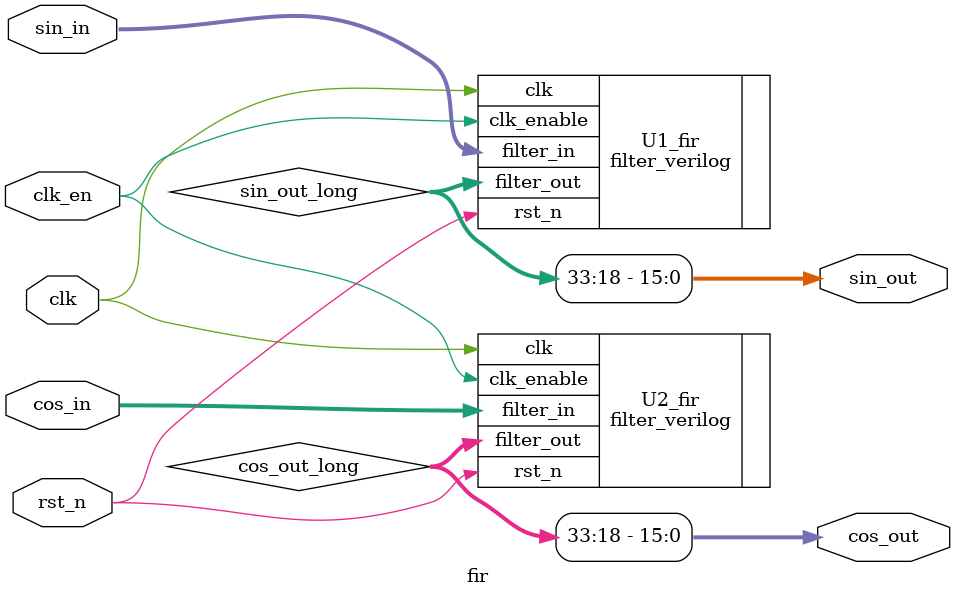
<source format=v>

`timescale 1 ns / 10 ps
module fir(
// sys signals
  input           clk,        // 200MHz clock
  input           rst_n,      // reset
// data signals input
  input           clk_en,     // data enbale
  input    [15:0] sin_in,     // sin data in
  input    [15:0] cos_in,     // cos data in
// output signals
    output [15:0] sin_out,    // sin data fir out
    output [15:0] cos_out     // cos data fir out
);
// wire define
wire [34:0] cos_out_long;
wire [34:0] sin_out_long;
// assign define
assign cos_out = cos_out_long[34:18];
assign sin_out = sin_out_long[34:18];
//////////////////////////////////////////////////////////////////////////////////
//                                sin filter
//////////////////////////////////////////////////////////////////////////////////
filter_verilog U1_fir(
// sys input
.clk             (clk),            // 200MHz clock
.rst_n           (rst_n),          // reset
// data input
.clk_enable      (clk_en),         // data enbale
.filter_in       (sin_in),         // 16bit data in
// data output
  .filter_out    (sin_out_long)    // 34bit fir data out
);
//////////////////////////////////////////////////////////////////////////////////
//                                cos filter
//////////////////////////////////////////////////////////////////////////////////
filter_verilog U2_fir(
// sys input
.clk             (clk),            // 200MHz clock
.rst_n           (rst_n),          // reset
// data input
.clk_enable      (clk_en),         // data enbale
.filter_in       (cos_in),         // 16bit data in
//data output
  .filter_out    (cos_out_long)    // 34bit fir data out
);

endmodule

</source>
